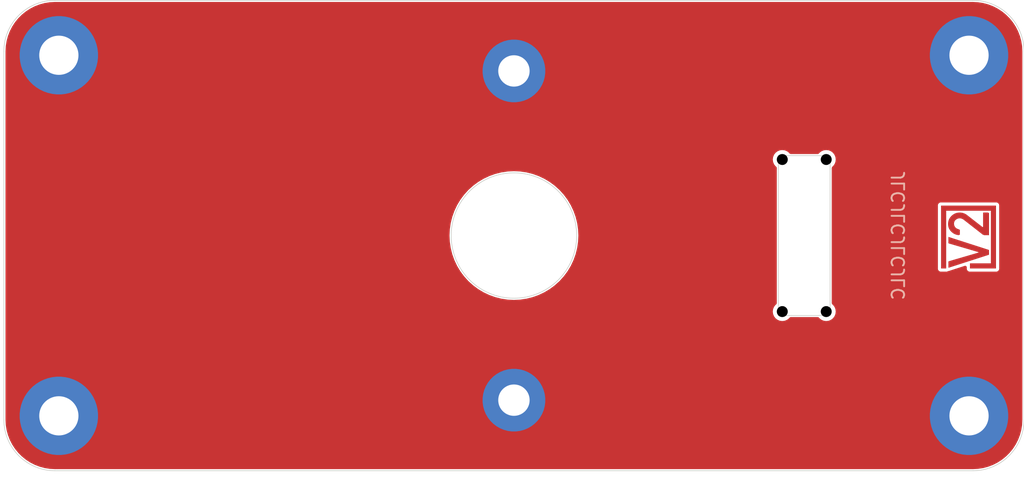
<source format=kicad_pcb>
(kicad_pcb (version 20240108) (generator "pcbnew") (generator_version "8.0")
  (title_block (date "2023-10-11") (rev "1"))
  (layers (0 "F.Cu" signal "Front") (31 "B.Cu" signal "Back") (36 "B.SilkS" user "B.Silkscreen") (37 "F.SilkS" user "F.Silkscreen") (38 "B.Mask" user) (39 "F.Mask" user) (44 "Edge.Cuts" user))
  (property "Order-Number" "JLCJLCJLCJLC")
  (net 0 "")
  (net 1 "GND")
  (footprint "V2_Mechanical:MountingHole_8mm" (layer "F.Cu") (at 149.5 100)
    (property "Reference" "H106" (hide yes))
    (property "Value" "MountingHole_10mm" (hide yes))
    (fp_circle (center 0 0) (end 4 0) (stroke (width 0.05)) (fill none) (layer "Edge.Cuts"))
  )
  (footprint "V2_Mechanical:MountingHole_2mm_Pad_4mm" (layer "F.Cu") (at 149.5 89.5)
    (property "Reference" "H102" (hide yes))
    (property "Value" "MountingHole_2mm_Pad_4mm" (hide yes))
    (pad "1" thru_hole custom (at 0 0) (size 4 4) (drill 2) (layers "*.Cu" "*.Mask") (net 1 "GND") (options (clearance outline) (anchor circle)) (primitives (gr_bbox (start -0.75 -0.75) (end 0.75 0.75) (fill no))))
  )
  (footprint "V2_PCB_Devices:PCB_Button-top" (layer "F.Cu") (at 168 100)
    (property "Reference" "SWT101" (hide yes))
    (property "Value" "Button-top" (hide yes))
    (fp_line (start -1.65 -5.1) (end 1.65 -5.1) (stroke (width 0.05)) (layer "Edge.Cuts"))
    (fp_line (start -1.65 5.1) (end -1.65 -5.1) (stroke (width 0.05)) (layer "Edge.Cuts"))
    (fp_line (start 1.65 -5.1) (end 1.65 5.1) (stroke (width 0.05)) (layer "Edge.Cuts"))
    (fp_line (start 1.65 5.1) (end -1.65 5.1) (stroke (width 0.05)) (layer "Edge.Cuts"))
    (pad "" np_thru_hole circle (at -1.4 -4.85) (size 0.7 0.7) (drill 0.7) (layers "*.Mask"))
    (pad "" np_thru_hole circle (at -1.4 4.85) (size 0.7 0.7) (drill 0.7) (layers "*.Mask"))
    (pad "" np_thru_hole circle (at 1.4 -4.85) (size 0.7 0.7) (drill 0.7) (layers "*.Mask"))
    (pad "" np_thru_hole circle (at 1.4 4.85) (size 0.7 0.7) (drill 0.7) (layers "*.Mask"))
  )
  (footprint "V2_Mechanical:MountingHole_2.5mm_Pad_5mm" (layer "F.Cu") (at 178.5 111.5)
    (property "Reference" "H101" (hide yes))
    (property "Value" "MountingHole_2.5mm_Pad_5mm" (hide yes))
    (pad "1" thru_hole custom (at 0 0) (size 5 5) (drill 2.5) (layers "*.Cu" "*.Mask") (net 1 "GND") (options (clearance outline) (anchor circle)) (primitives (gr_bbox (start -0.75 -0.75) (end 0.75 0.75) (fill no))))
  )
  (footprint "V2_Artwork:Logo_Small" (layer "F.Cu") (at 178.5 100 90)
    (property "Reference" "ICON101" (hide yes))
    (property "Value" "V2-logo" (hide yes))
    (fp_poly (pts (xy 1.91 1.7195) (xy -2.1005 1.7195) (xy -2.1005 0.0585) (xy -1.773 0.0585) (xy -1.773 1.392) (xy 1.5825 1.392) (xy 1.5825 -1.4555) (xy -2.1005 -1.4555) (xy -2.1005 -1.783) (xy 1.91 -1.783)) (fill solid) (layer "F.Cu"))
    (fp_poly (pts (xy -1.617677 -1.221322) (xy -1.084635 0.601822) (xy -1.059048 0.604213) (xy -0.526231 -1.218162) (xy -0.494416 -1.314387) (xy -0.190339 -1.314387) (xy -0.085353 -1.31286) (xy -0.918222 1.270316) (xy -1.019731 1.273487) (xy -1.223737 1.273487) (xy -2.056569 -1.309583) (xy -1.95594 -1.314387) (xy -1.651908 -1.314387)) (fill solid) (layer "F.Cu"))
    (fp_poly (pts (xy 0.862421 -1.32688) (xy 0.960344 -1.303887) (xy 1.053932 -1.266924) (xy 1.140943 -1.216397) (xy 1.219701 -1.153847) (xy 1.289786 -1.081749) (xy 1.350542 -1.001625) (xy 1.399768 -0.913898) (xy 1.435918 -0.820016) (xy 1.458468 -0.722) (xy 1.467956 -0.621911) (xy 1.465544 -0.521418) (xy 1.450928 -0.421932) (xy 1.422941 -0.325314) (xy 1.381219 -0.233761) (xy 1.32667 -0.149382) (xy 0.531352 0.87181) (xy 0.569453 0.895459) (xy 1.36796 0.895459) (xy 1.468453 0.900054) (xy 1.468453 1.206089) (xy 1.430088 1.273471) (xy 0.0225 1.273487) (xy 0.0225 0.967661) (xy 0.055771 0.877369) (xy 0.979104 -0.30523) (xy 1.038253 -0.385132) (xy 1.080844 -0.473929) (xy 1.098164 -0.570885) (xy 1.091767 -0.669077) (xy 1.059415 -0.761986) (xy 1.005396 -0.844371) (xy 0.93265 -0.91011) (xy 0.842392 -0.947991) (xy 0.744555 -0.957379) (xy 0.647511 -0.941672) (xy 0.558941 -0.899254) (xy 0.485254 -0.834228) (xy 0.432401 -0.751364) (xy 0.402317 -0.656406) (xy 0.361353 -0.584278) (xy 0.055147 -0.584278) (xy 0.02538 -0.657535) (xy 0.039764 -0.758101) (xy 0.066781 -0.854983) (xy 0.107035 -0.947172) (xy 0.159906 -1.032748) (xy 0.223839 -1.110347) (xy 0.296655 -1.179682) (xy 0.377971 -1.238903) (xy 0.467163 -1.285515) (xy 0.562602 -1.317508) (xy 0.661819 -1.334283) (xy 0.76236 -1.336756)) (fill solid) (layer "F.Cu"))
    (zone (net 0) (net_name "") (layer "F.Cu") (connect_pads (clearance 0)) (min_thickness 0.254)
      (keepout (tracks not_allowed) (vias not_allowed) (pads not_allowed) (copperpour not_allowed) (footprints allowed))
      (fill (thermal_gap 0.508) (thermal_bridge_width 0.508))
      (polygon (pts (xy 180.3415 102.2225) (xy 180.3415 97.968) (xy 176.595 97.968) (xy 176.595 102.2225) (xy 177.13475 102.2225) (xy 178.4365 101.79705) (xy 178.4365 102.2225)))
    )
  )
  (footprint "V2_Mechanical:MountingHole_2.5mm_Pad_5mm" (layer "F.Cu") (at 120.5 111.5)
    (property "Reference" "H107" (hide yes))
    (property "Value" "MountingHole_2.5mm_Pad_5mm" (hide yes))
    (pad "1" thru_hole custom (at 0 0) (size 5 5) (drill 2.5) (layers "*.Cu" "*.Mask") (net 1 "GND") (options (clearance outline) (anchor circle)) (primitives (gr_bbox (start -0.75 -0.75) (end 0.75 0.75) (fill no))))
  )
  (footprint "V2_RaspberryPi:Zero" (layer "F.Cu") (at 117 115)
    (property "Reference" "H108" (hide yes))
    (property "Value" "Zero" (hide yes))
    (fp_line (start 0 -26.75) (end 0 -3.25) (stroke (width 0.05)) (layer "Edge.Cuts"))
    (fp_line (start 3.25 -30) (end 61.75 -30) (stroke (width 0.05)) (layer "Edge.Cuts"))
    (fp_line (start 3.25 0) (end 61.75 0) (stroke (width 0.05)) (layer "Edge.Cuts"))
    (fp_line (start 65 -26.75) (end 65 -3.25) (stroke (width 0.05)) (layer "Edge.Cuts"))
    (fp_arc (start 0 -26.75) (mid 0.951903 -29.048097) (end 3.25 -30) (stroke (width 0.05)) (layer "Edge.Cuts"))
    (fp_arc (start 3.25 0) (mid 0.951903 -0.951903) (end 0 -3.25) (stroke (width 0.05)) (layer "Edge.Cuts"))
    (fp_arc (start 61.75 -30) (mid 64.048097 -29.048097) (end 65 -26.75) (stroke (width 0.05)) (layer "Edge.Cuts"))
    (fp_arc (start 65 -3.25) (mid 64.048097 -0.951903) (end 61.75 0) (stroke (width 0.05)) (layer "Edge.Cuts"))
  )
  (footprint "V2_Mechanical:MountingHole_2mm_Pad_4mm" (layer "F.Cu") (at 149.5 110.5)
    (property "Reference" "H104" (hide yes))
    (property "Value" "MountingHole_2mm_Pad_4mm" (hide yes))
    (pad "1" thru_hole custom (at 0 0) (size 4 4) (drill 2) (layers "*.Cu" "*.Mask") (net 1 "GND") (options (clearance outline) (anchor circle)) (primitives (gr_bbox (start -0.75 -0.75) (end 0.75 0.75) (fill no))))
  )
  (footprint "V2_Mechanical:MountingHole_2.5mm_Pad_5mm" (layer "F.Cu") (at 178.5 88.5)
    (property "Reference" "H103" (hide yes))
    (property "Value" "MountingHole_2.5mm_Pad_5mm" (hide yes))
    (pad "1" thru_hole custom (at 0 0) (size 5 5) (drill 2.5) (layers "*.Cu" "*.Mask") (net 1 "GND") (options (clearance outline) (anchor circle)) (primitives (gr_bbox (start -0.75 -0.75) (end 0.75 0.75) (fill no))))
  )
  (footprint "V2_Mechanical:MountingHole_2.5mm_Pad_5mm" (layer "F.Cu") (at 120.5 88.5)
    (property "Reference" "H105" (hide yes))
    (property "Value" "MountingHole_2.5mm_Pad_5mm" (hide yes))
    (pad "1" thru_hole custom (at 0 0) (size 5 5) (drill 2.5) (layers "*.Cu" "*.Mask") (net 1 "GND") (options (clearance outline) (anchor circle)) (primitives (gr_bbox (start -0.75 -0.75) (end 0.75 0.75) (fill no))))
  )
  (footprint "V2_Production:Order_Number" (layer "B.Cu") (at 174 100 -90)
    (property "Reference" "INFO101" (hide yes))
    (property "Value" "ORDER-NUMBER" (hide yes))
    (fp_text user "${Order-Number}" (at 0 0 90) (layer "B.SilkS") (effects (font (size 0.8 0.8) (thickness 0.12)) (justify mirror)))
  )
  (zone (net 1) (net_name "GND") (layer "F.Cu") (priority 1) (connect_pads yes (clearance 0.2)) (min_thickness 0.2) (fill yes (thermal_gap 0.508) (thermal_bridge_width 0.508))
    (polygon (pts (xy 182 115) (xy 117 115) (xy 117 85) (xy 182 85)))
  )
)
</source>
